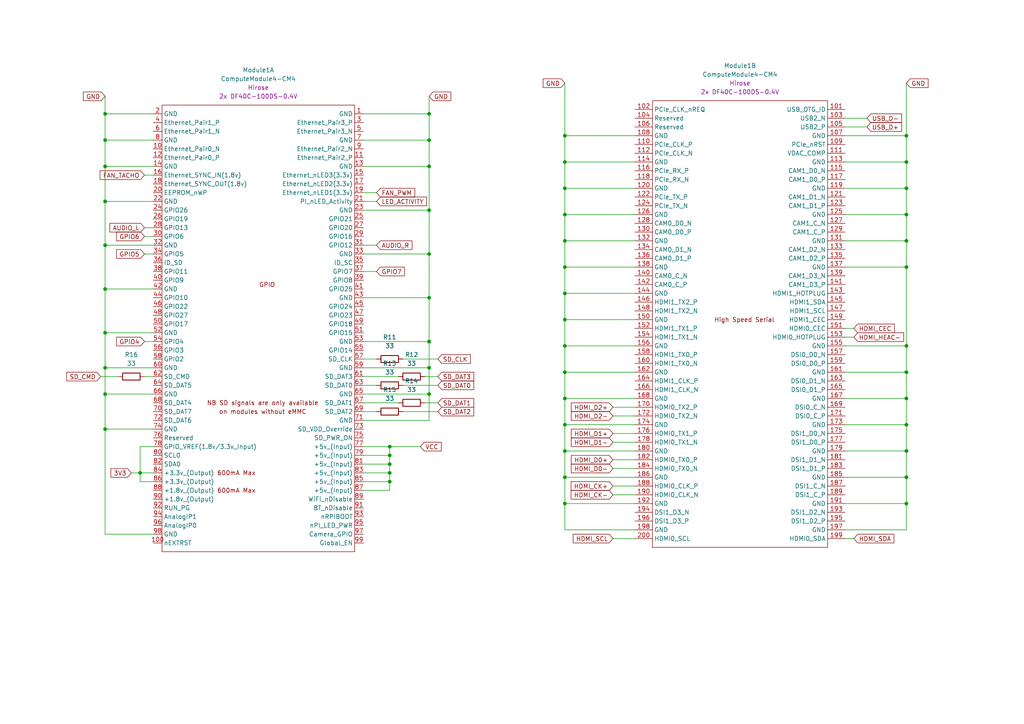
<source format=kicad_sch>
(kicad_sch (version 20231120) (generator "eeschema") (generator_version "8.0")
  (paper "A4")
  (lib_symbols
    (symbol "CM4IO:ComputeModule4-CM4"
      (property "Reference" "Module" (at 113.03 -68.58 0))
      (property "Value" "ComputeModule4-CM4" (at 140.97 2.54 0))
      (property "Field4" "Hirose" (at 0 0 0))
      (property "Field5" "2x DF40C-100DS-0.4V" (at 0 -2.54 0))
      (symbol "ComputeModule4-CM4_1_0"
        (text "GPIO" (at 0 6.35 0) (effects (font (size 1.27 1.27))))
      )
      (symbol "ComputeModule4-CM4_1_1"
        (rectangle (start -30.48 -71.12) (end 25.4 58.42))
        (text "600mA Max" (at -8.89 -53.34 0) (effects (font (size 1.27 1.27))))
        (text "600mA Max" (at -8.89 -48.26 0) (effects (font (size 1.27 1.27))))
        (text "NB SD signals are only available" (at -1.27 -27.94 0) (effects (font (size 1.27 1.27))))
        (text "on modules without eMMC" (at -1.27 -30.48 0) (effects (font (size 1.27 1.27))))
        (pin power_in line (at 27.94 55.88 180) (length 2.54) (name "GND") (number "1"))
        (pin passive line (at -33.02 45.72 0) (length 2.54) (name "Ethernet_Pair0_N") (number "10"))
        (pin output line (at -33.02 -68.58 0) (length 2.54) (name "nEXTRST") (number "100"))
        (pin passive line (at 27.94 43.18 180) (length 2.54) (name "Ethernet_Pair2_P") (number "11"))
        (pin passive line (at -33.02 43.18 0) (length 2.54) (name "Ethernet_Pair0_P") (number "12"))
        (pin power_in line (at 27.94 40.64 180) (length 2.54) (name "GND") (number "13"))
        (pin power_in line (at -33.02 40.64 0) (length 2.54) (name "GND") (number "14"))
        (pin output line (at 27.94 38.1 180) (length 2.54) (name "Ethernet_nLED3(3.3v)") (number "15"))
        (pin input line (at -33.02 38.1 0) (length 2.54) (name "Ethernet_SYNC_IN(1.8v)") (number "16"))
        (pin output line (at 27.94 35.56 180) (length 2.54) (name "Ethernet_nLED2(3.3v)") (number "17"))
        (pin input line (at -33.02 35.56 0) (length 2.54) (name "Ethernet_SYNC_OUT(1.8v)") (number "18"))
        (pin output line (at 27.94 33.02 180) (length 2.54) (name "Ethernet_nLED1(3.3v)") (number "19"))
        (pin power_in line (at -33.02 55.88 0) (length 2.54) (name "GND") (number "2"))
        (pin passive line (at -33.02 33.02 0) (length 2.54) (name "EEPROM_nWP") (number "20"))
        (pin open_collector line (at 27.94 30.48 180) (length 2.54) (name "PI_nLED_Activity") (number "21"))
        (pin power_in line (at -33.02 30.48 0) (length 2.54) (name "GND") (number "22"))
        (pin power_in line (at 27.94 27.94 180) (length 2.54) (name "GND") (number "23"))
        (pin passive line (at -33.02 27.94 0) (length 2.54) (name "GPIO26") (number "24"))
        (pin passive line (at 27.94 25.4 180) (length 2.54) (name "GPIO21") (number "25"))
        (pin passive line (at -33.02 25.4 0) (length 2.54) (name "GPIO19") (number "26"))
        (pin passive line (at 27.94 22.86 180) (length 2.54) (name "GPIO20") (number "27"))
        (pin passive line (at -33.02 22.86 0) (length 2.54) (name "GPIO13") (number "28"))
        (pin passive line (at 27.94 20.32 180) (length 2.54) (name "GPIO16") (number "29"))
        (pin passive line (at 27.94 53.34 180) (length 2.54) (name "Ethernet_Pair3_P") (number "3"))
        (pin passive line (at -33.02 20.32 0) (length 2.54) (name "GPIO6") (number "30"))
        (pin passive line (at 27.94 17.78 180) (length 2.54) (name "GPIO12") (number "31"))
        (pin power_in line (at -33.02 17.78 0) (length 2.54) (name "GND") (number "32"))
        (pin power_in line (at 27.94 15.24 180) (length 2.54) (name "GND") (number "33"))
        (pin passive line (at -33.02 15.24 0) (length 2.54) (name "GPIO5") (number "34"))
        (pin passive line (at 27.94 12.7 180) (length 2.54) (name "ID_SC") (number "35"))
        (pin passive line (at -33.02 12.7 0) (length 2.54) (name "ID_SD") (number "36"))
        (pin passive line (at 27.94 10.16 180) (length 2.54) (name "GPIO7") (number "37"))
        (pin passive line (at -33.02 10.16 0) (length 2.54) (name "GPIO11") (number "38"))
        (pin passive line (at 27.94 7.62 180) (length 2.54) (name "GPIO8") (number "39"))
        (pin passive line (at -33.02 53.34 0) (length 2.54) (name "Ethernet_Pair1_P") (number "4"))
        (pin passive line (at -33.02 7.62 0) (length 2.54) (name "GPIO9") (number "40"))
        (pin passive line (at 27.94 5.08 180) (length 2.54) (name "GPIO25") (number "41"))
        (pin power_in line (at -33.02 5.08 0) (length 2.54) (name "GND") (number "42"))
        (pin power_in line (at 27.94 2.54 180) (length 2.54) (name "GND") (number "43"))
        (pin passive line (at -33.02 2.54 0) (length 2.54) (name "GPIO10") (number "44"))
        (pin passive line (at 27.94 0 180) (length 2.54) (name "GPIO24") (number "45"))
        (pin passive line (at -33.02 0 0) (length 2.54) (name "GPIO22") (number "46"))
        (pin passive line (at 27.94 -2.54 180) (length 2.54) (name "GPIO23") (number "47"))
        (pin passive line (at -33.02 -2.54 0) (length 2.54) (name "GPIO27") (number "48"))
        (pin passive line (at 27.94 -5.08 180) (length 2.54) (name "GPIO18") (number "49"))
        (pin passive line (at 27.94 50.8 180) (length 2.54) (name "Ethernet_Pair3_N") (number "5"))
        (pin passive line (at -33.02 -5.08 0) (length 2.54) (name "GPIO17") (number "50"))
        (pin passive line (at 27.94 -7.62 180) (length 2.54) (name "GPIO15") (number "51"))
        (pin power_in line (at -33.02 -7.62 0) (length 2.54) (name "GND") (number "52"))
        (pin power_in line (at 27.94 -10.16 180) (length 2.54) (name "GND") (number "53"))
        (pin passive line (at -33.02 -10.16 0) (length 2.54) (name "GPIO4") (number "54"))
        (pin passive line (at 27.94 -12.7 180) (length 2.54) (name "GPIO14") (number "55"))
        (pin passive line (at -33.02 -12.7 0) (length 2.54) (name "GPIO3") (number "56"))
        (pin passive line (at 27.94 -15.24 180) (length 2.54) (name "SD_CLK") (number "57"))
        (pin passive line (at -33.02 -15.24 0) (length 2.54) (name "GPIO2") (number "58"))
        (pin power_in line (at 27.94 -17.78 180) (length 2.54) (name "GND") (number "59"))
        (pin passive line (at -33.02 50.8 0) (length 2.54) (name "Ethernet_Pair1_N") (number "6"))
        (pin power_in line (at -33.02 -17.78 0) (length 2.54) (name "GND") (number "60"))
        (pin passive line (at 27.94 -20.32 180) (length 2.54) (name "SD_DAT3") (number "61"))
        (pin passive line (at -33.02 -20.32 0) (length 2.54) (name "SD_CMD") (number "62"))
        (pin passive line (at 27.94 -22.86 180) (length 2.54) (name "SD_DAT0") (number "63"))
        (pin passive line (at -33.02 -22.86 0) (length 2.54) (name "SD_DAT5") (number "64"))
        (pin power_in line (at 27.94 -25.4 180) (length 2.54) (name "GND") (number "65"))
        (pin power_in line (at -33.02 -25.4 0) (length 2.54) (name "GND") (number "66"))
        (pin passive line (at 27.94 -27.94 180) (length 2.54) (name "SD_DAT1") (number "67"))
        (pin passive line (at -33.02 -27.94 0) (length 2.54) (name "SD_DAT4") (number "68"))
        (pin passive line (at 27.94 -30.48 180) (length 2.54) (name "SD_DAT2") (number "69"))
        (pin power_in line (at 27.94 48.26 180) (length 2.54) (name "GND") (number "7"))
        (pin passive line (at -33.02 -30.48 0) (length 2.54) (name "SD_DAT7") (number "70"))
        (pin power_in line (at 27.94 -33.02 180) (length 2.54) (name "GND") (number "71"))
        (pin passive line (at -33.02 -33.02 0) (length 2.54) (name "SD_DAT6") (number "72"))
        (pin input line (at 27.94 -35.56 180) (length 2.54) (name "SD_VDD_Override") (number "73"))
        (pin power_in line (at -33.02 -35.56 0) (length 2.54) (name "GND") (number "74"))
        (pin output line (at 27.94 -38.1 180) (length 2.54) (name "SD_PWR_ON") (number "75"))
        (pin passive line (at -33.02 -38.1 0) (length 2.54) (name "Reserved") (number "76"))
        (pin power_in line (at 27.94 -40.64 180) (length 2.54) (name "+5v_(Input)") (number "77"))
        (pin power_in line (at -33.02 -40.64 0) (length 2.54) (name "GPIO_VREF(1.8v/3.3v_Input)") (number "78"))
        (pin power_in line (at 27.94 -43.18 180) (length 2.54) (name "+5v_(Input)") (number "79"))
        (pin power_in line (at -33.02 48.26 0) (length 2.54) (name "GND") (number "8"))
        (pin passive line (at -33.02 -43.18 0) (length 2.54) (name "SCL0") (number "80"))
        (pin power_in line (at 27.94 -45.72 180) (length 2.54) (name "+5v_(Input)") (number "81"))
        (pin passive line (at -33.02 -45.72 0) (length 2.54) (name "SDA0") (number "82"))
        (pin power_in line (at 27.94 -48.26 180) (length 2.54) (name "+5v_(Input)") (number "83"))
        (pin power_out line (at -33.02 -48.26 0) (length 2.54) (name "+3.3v_(Output)") (number "84"))
        (pin power_in line (at 27.94 -50.8 180) (length 2.54) (name "+5v_(Input)") (number "85"))
        (pin power_out line (at -33.02 -50.8 0) (length 2.54) (name "+3.3v_(Output)") (number "86"))
        (pin power_in line (at 27.94 -53.34 180) (length 2.54) (name "+5v_(Input)") (number "87"))
        (pin power_out line (at -33.02 -53.34 0) (length 2.54) (name "+1.8v_(Output)") (number "88"))
        (pin power_in line (at 27.94 -55.88 180) (length 2.54) (name "WiFi_nDisable") (number "89"))
        (pin passive line (at 27.94 45.72 180) (length 2.54) (name "Ethernet_Pair2_N") (number "9"))
        (pin power_out line (at -33.02 -55.88 0) (length 2.54) (name "+1.8v_(Output)") (number "90"))
        (pin power_in line (at 27.94 -58.42 180) (length 2.54) (name "BT_nDisable") (number "91"))
        (pin passive line (at -33.02 -58.42 0) (length 2.54) (name "RUN_PG") (number "92"))
        (pin input line (at 27.94 -60.96 180) (length 2.54) (name "nRPIBOOT") (number "93"))
        (pin passive line (at -33.02 -60.96 0) (length 2.54) (name "AnalogIP1") (number "94"))
        (pin output line (at 27.94 -63.5 180) (length 2.54) (name "nPI_LED_PWR") (number "95"))
        (pin passive line (at -33.02 -63.5 0) (length 2.54) (name "AnalogIP0") (number "96"))
        (pin passive line (at 27.94 -66.04 180) (length 2.54) (name "Camera_GPIO") (number "97"))
        (pin power_in line (at -33.02 -66.04 0) (length 2.54) (name "GND") (number "98"))
        (pin input line (at 27.94 -68.58 180) (length 2.54) (name "Global_EN") (number "99"))
      )
      (symbol "ComputeModule4-CM4_2_1"
        (rectangle (start 114.3 -66.04) (end 165.1 63.5))
        (text "High Speed Serial" (at 140.97 0 0) (effects (font (size 1.27 1.27))))
        (pin input line (at 170.18 60.96 180) (length 5.08) (name "USB_OTG_ID") (number "101"))
        (pin input line (at 109.22 60.96 0) (length 5.08) (name "PCIe_CLK_nREQ") (number "102"))
        (pin passive line (at 170.18 58.42 180) (length 5.08) (name "USB2_N") (number "103"))
        (pin passive line (at 109.22 58.42 0) (length 5.08) (name "Reserved") (number "104"))
        (pin passive line (at 170.18 55.88 180) (length 5.08) (name "USB2_P") (number "105"))
        (pin passive line (at 109.22 55.88 0) (length 5.08) (name "Reserved") (number "106"))
        (pin power_in line (at 170.18 53.34 180) (length 5.08) (name "GND") (number "107"))
        (pin power_in line (at 109.22 53.34 0) (length 5.08) (name "GND") (number "108"))
        (pin bidirectional line (at 170.18 50.8 180) (length 5.08) (name "PCIe_nRST") (number "109"))
        (pin output line (at 109.22 50.8 0) (length 5.08) (name "PCIe_CLK_P") (number "110"))
        (pin passive line (at 170.18 48.26 180) (length 5.08) (name "VDAC_COMP") (number "111"))
        (pin output line (at 109.22 48.26 0) (length 5.08) (name "PCIe_CLK_N") (number "112"))
        (pin power_in line (at 170.18 45.72 180) (length 5.08) (name "GND") (number "113"))
        (pin power_in line (at 109.22 45.72 0) (length 5.08) (name "GND") (number "114"))
        (pin input line (at 170.18 43.18 180) (length 5.08) (name "CAM1_D0_N") (number "115"))
        (pin input line (at 109.22 43.18 0) (length 5.08) (name "PCIe_RX_P") (number "116"))
        (pin input line (at 170.18 40.64 180) (length 5.08) (name "CAM1_D0_P") (number "117"))
        (pin input line (at 109.22 40.64 0) (length 5.08) (name "PCIe_RX_N") (number "118"))
        (pin power_in line (at 170.18 38.1 180) (length 5.08) (name "GND") (number "119"))
        (pin power_in line (at 109.22 38.1 0) (length 5.08) (name "GND") (number "120"))
        (pin input line (at 170.18 35.56 180) (length 5.08) (name "CAM1_D1_N") (number "121"))
        (pin output line (at 109.22 35.56 0) (length 5.08) (name "PCIe_TX_P") (number "122"))
        (pin input line (at 170.18 33.02 180) (length 5.08) (name "CAM1_D1_P") (number "123"))
        (pin output line (at 109.22 33.02 0) (length 5.08) (name "PCIe_TX_N") (number "124"))
        (pin power_in line (at 170.18 30.48 180) (length 5.08) (name "GND") (number "125"))
        (pin power_in line (at 109.22 30.48 0) (length 5.08) (name "GND") (number "126"))
        (pin input line (at 170.18 27.94 180) (length 5.08) (name "CAM1_C_N") (number "127"))
        (pin input line (at 109.22 27.94 0) (length 5.08) (name "CAM0_D0_N") (number "128"))
        (pin input line (at 170.18 25.4 180) (length 5.08) (name "CAM1_C_P") (number "129"))
        (pin input line (at 109.22 25.4 0) (length 5.08) (name "CAM0_D0_P") (number "130"))
        (pin power_in line (at 170.18 22.86 180) (length 5.08) (name "GND") (number "131"))
        (pin power_in line (at 109.22 22.86 0) (length 5.08) (name "GND") (number "132"))
        (pin input line (at 170.18 20.32 180) (length 5.08) (name "CAM1_D2_N") (number "133"))
        (pin input line (at 109.22 20.32 0) (length 5.08) (name "CAM0_D1_N") (number "134"))
        (pin input line (at 170.18 17.78 180) (length 5.08) (name "CAM1_D2_P") (number "135"))
        (pin input line (at 109.22 17.78 0) (length 5.08) (name "CAM0_D1_P") (number "136"))
        (pin power_in line (at 170.18 15.24 180) (length 5.08) (name "GND") (number "137"))
        (pin power_in line (at 109.22 15.24 0) (length 5.08) (name "GND") (number "138"))
        (pin input line (at 170.18 12.7 180) (length 5.08) (name "CAM1_D3_N") (number "139"))
        (pin input line (at 109.22 12.7 0) (length 5.08) (name "CAM0_C_N") (number "140"))
        (pin input line (at 170.18 10.16 180) (length 5.08) (name "CAM1_D3_P") (number "141"))
        (pin input line (at 109.22 10.16 0) (length 5.08) (name "CAM0_C_P") (number "142"))
        (pin input line (at 170.18 7.62 180) (length 5.08) (name "HDMI1_HOTPLUG") (number "143"))
        (pin power_in line (at 109.22 7.62 0) (length 5.08) (name "GND") (number "144"))
        (pin bidirectional line (at 170.18 5.08 180) (length 5.08) (name "HDMI1_SDA") (number "145"))
        (pin output line (at 109.22 5.08 0) (length 5.08) (name "HDMI1_TX2_P") (number "146"))
        (pin open_collector line (at 170.18 2.54 180) (length 5.08) (name "HDMI1_SCL") (number "147"))
        (pin output line (at 109.22 2.54 0) (length 5.08) (name "HDMI1_TX2_N") (number "148"))
        (pin open_collector line (at 170.18 0 180) (length 5.08) (name "HDMI1_CEC") (number "149"))
        (pin power_in line (at 109.22 0 0) (length 5.08) (name "GND") (number "150"))
        (pin open_collector line (at 170.18 -2.54 180) (length 5.08) (name "HDMI0_CEC") (number "151"))
        (pin output line (at 109.22 -2.54 0) (length 5.08) (name "HDMI1_TX1_P") (number "152"))
        (pin input line (at 170.18 -5.08 180) (length 5.08) (name "HDMI0_HOTPLUG") (number "153"))
        (pin output line (at 109.22 -5.08 0) (length 5.08) (name "HDMI1_TX1_N") (number "154"))
        (pin power_in line (at 170.18 -7.62 180) (length 5.08) (name "GND") (number "155"))
        (pin power_in line (at 109.22 -7.62 0) (length 5.08) (name "GND") (number "156"))
        (pin output line (at 170.18 -10.16 180) (length 5.08) (name "DSI0_D0_N") (number "157"))
        (pin output line (at 109.22 -10.16 0) (length 5.08) (name "HDMI1_TX0_P") (number "158"))
        (pin output line (at 170.18 -12.7 180) (length 5.08) (name "DSI0_D0_P") (number "159"))
        (pin output line (at 109.22 -12.7 0) (length 5.08) (name "HDMI1_TX0_N") (number "160"))
        (pin power_in line (at 170.18 -15.24 180) (length 5.08) (name "GND") (number "161"))
        (pin power_in line (at 109.22 -15.24 0) (length 5.08) (name "GND") (number "162"))
        (pin output line (at 170.18 -17.78 180) (length 5.08) (name "DSI0_D1_N") (number "163"))
        (pin output line (at 109.22 -17.78 0) (length 5.08) (name "HDMI1_CLK_P") (number "164"))
        (pin output line (at 170.18 -20.32 180) (length 5.08) (name "DSI0_D1_P") (number "165"))
        (pin output line (at 109.22 -20.32 0) (length 5.08) (name "HDMI1_CLK_N") (number "166"))
        (pin power_in line (at 170.18 -22.86 180) (length 5.08) (name "GND") (number "167"))
        (pin power_in line (at 109.22 -22.86 0) (length 5.08) (name "GND") (number "168"))
        (pin output line (at 170.18 -25.4 180) (length 5.08) (name "DSI0_C_N") (number "169"))
        (pin output line (at 109.22 -25.4 0) (length 5.08) (name "HDMI0_TX2_P") (number "170"))
        (pin output line (at 170.18 -27.94 180) (length 5.08) (name "DSI0_C_P") (number "171"))
        (pin output line (at 109.22 -27.94 0) (length 5.08) (name "HDMI0_TX2_N") (number "172"))
        (pin power_in line (at 170.18 -30.48 180) (length 5.08) (name "GND") (number "173"))
        (pin power_in line (at 109.22 -30.48 0) (length 5.08) (name "GND") (number "174"))
        (pin output line (at 170.18 -33.02 180) (length 5.08) (name "DSI1_D0_N") (number "175"))
        (pin output line (at 109.22 -33.02 0) (length 5.08) (name "HDMI0_TX1_P") (number "176"))
        (pin output line (at 170.18 -35.56 180) (length 5.08) (name "DSI1_D0_P") (number "177"))
        (pin output line (at 109.22 -35.56 0) (length 5.08) (name "HDMI0_TX1_N") (number "178"))
        (pin power_in line (at 170.18 -38.1 180) (length 5.08) (name "GND") (number "179"))
        (pin power_in line (at 109.22 -38.1 0) (length 5.08) (name "GND") (number "180"))
        (pin output line (at 170.18 -40.64 180) (length 5.08) (name "DSI1_D1_N") (number "181"))
        (pin output line (at 109.22 -40.64 0) (length 5.08) (name "HDMI0_TX0_P") (number "182"))
        (pin output line (at 170.18 -43.18 180) (length 5.08) (name "DSI1_D1_P") (number "183"))
        (pin output line (at 109.22 -43.18 0) (length 5.08) (name "HDMI0_TX0_N") (number "184"))
        (pin power_in line (at 170.18 -45.72 180) (length 5.08) (name "GND") (number "185"))
        (pin power_in line (at 109.22 -45.72 0) (length 5.08) (name "GND") (number "186"))
        (pin output line (at 170.18 -48.26 180) (length 5.08) (name "DSI1_C_N") (number "187"))
        (pin output line (at 109.22 -48.26 0) (length 5.08) (name "HDMI0_CLK_P") (number "188"))
        (pin output line (at 170.18 -50.8 180) (length 5.08) (name "DSI1_C_P") (number "189"))
        (pin output line (at 109.22 -50.8 0) (length 5.08) (name "HDMI0_CLK_N") (number "190"))
        (pin power_in line (at 170.18 -53.34 180) (length 5.08) (name "GND") (number "191"))
        (pin power_in line (at 109.22 -53.34 0) (length 5.08) (name "GND") (number "192"))
        (pin output line (at 170.18 -55.88 180) (length 5.08) (name "DSI1_D2_N") (number "193"))
        (pin output line (at 109.22 -55.88 0) (length 5.08) (name "DSI1_D3_N") (number "194"))
        (pin output line (at 170.18 -58.42 180) (length 5.08) (name "DSI1_D2_P") (number "195"))
        (pin output line (at 109.22 -58.42 0) (length 5.08) (name "DSI1_D3_P") (number "196"))
        (pin power_in line (at 170.18 -60.96 180) (length 5.08) (name "GND") (number "197"))
        (pin power_in line (at 109.22 -60.96 0) (length 5.08) (name "GND") (number "198"))
        (pin bidirectional line (at 170.18 -63.5 180) (length 5.08) (name "HDMI0_SDA") (number "199"))
        (pin open_collector line (at 109.22 -63.5 0) (length 5.08) (name "HDMI0_SCL") (number "200"))
      )
    )
    (symbol "Device:R" (pin_numbers hide) (pin_names (offset 0))
      (property "Reference" "R" (at 2.032 0 90))
      (property "Value" "R" (at 0 0 90))
      (symbol "R_0_1"
        (rectangle (start -1.016 -2.54) (end 1.016 2.54) (stroke (width 0.254)))
      )
      (symbol "R_1_1"
        (pin passive line (at 0 3.81 270) (length 1.27) (name "~") (number "1"))
        (pin passive line (at 0 -3.81 90) (length 1.27) (name "~") (number "2"))
      )
    )
  )
  (junction (at 163.83 46.99))
  (junction (at 30.48 106.68))
  (junction (at 163.83 138.43))
  (junction (at 262.89 46.99))
  (junction (at 113.03 139.7))
  (junction (at 124.46 73.66))
  (junction (at 124.46 60.96))
  (junction (at 163.83 69.85))
  (junction (at 124.46 40.64))
  (junction (at 262.89 130.81))
  (junction (at 30.48 33.02))
  (junction (at 262.89 54.61))
  (junction (at 163.83 100.33))
  (junction (at 262.89 100.33))
  (junction (at 163.83 107.95))
  (junction (at 262.89 69.85))
  (junction (at 262.89 138.43))
  (junction (at 163.83 123.19))
  (junction (at 124.46 114.3))
  (junction (at 113.03 132.08))
  (junction (at 113.03 129.54))
  (junction (at 124.46 33.02))
  (junction (at 30.48 114.3))
  (junction (at 163.83 130.81))
  (junction (at 163.83 39.37))
  (junction (at 124.46 106.68))
  (junction (at 262.89 123.19))
  (junction (at 163.83 146.05))
  (junction (at 113.03 134.62))
  (junction (at 30.48 48.26))
  (junction (at 124.46 86.36))
  (junction (at 163.83 115.57))
  (junction (at 262.89 115.57))
  (junction (at 163.83 92.71))
  (junction (at 262.89 77.47))
  (junction (at 30.48 83.82))
  (junction (at 30.48 71.12))
  (junction (at 124.46 48.26))
  (junction (at 163.83 54.61))
  (junction (at 113.03 137.16))
  (junction (at 262.89 62.23))
  (junction (at 262.89 39.37))
  (junction (at 163.83 85.09))
  (junction (at 30.48 40.64))
  (junction (at 163.83 62.23))
  (junction (at 262.89 107.95))
  (junction (at 30.48 96.52))
  (junction (at 262.89 146.05))
  (junction (at 163.83 77.47))
  (junction (at 30.48 58.42))
  (junction (at 124.46 99.06))
  (junction (at 30.48 124.46))
  (junction (at 40.64 137.16))
  (wire (pts (xy 38.1 137.16) (xy 40.64 137.16)))
  (wire (pts (xy 113.03 129.54) (xy 121.92 129.54)))
  (wire (pts (xy 30.48 124.46) (xy 30.48 114.3)))
  (wire (pts (xy 262.89 146.05) (xy 262.89 138.43)))
  (wire (pts (xy 30.48 106.68) (xy 30.48 96.52)))
  (wire (pts (xy 163.83 77.47) (xy 163.83 69.85)))
  (wire (pts (xy 163.83 107.95) (xy 184.15 107.95)))
  (wire (pts (xy 105.41 106.68) (xy 124.46 106.68)))
  (wire (pts (xy 245.11 46.99) (xy 262.89 46.99)))
  (wire (pts (xy 262.89 123.19) (xy 262.89 115.57)))
  (wire (pts (xy 177.8 140.97) (xy 184.15 140.97)))
  (wire (pts (xy 163.83 54.61) (xy 163.83 46.99)))
  (wire (pts (xy 123.19 116.84) (xy 127 116.84)))
  (wire (pts (xy 245.11 69.85) (xy 262.89 69.85)))
  (wire (pts (xy 30.48 83.82) (xy 44.45 83.82)))
  (wire (pts (xy 105.41 114.3) (xy 124.46 114.3)))
  (wire (pts (xy 262.89 77.47) (xy 262.89 69.85)))
  (wire (pts (xy 245.11 130.81) (xy 262.89 130.81)))
  (wire (pts (xy 124.46 106.68) (xy 124.46 114.3)))
  (wire (pts (xy 262.89 46.99) (xy 262.89 54.61)))
  (wire (pts (xy 262.89 100.33) (xy 262.89 77.47)))
  (wire (pts (xy 163.83 54.61) (xy 184.15 54.61)))
  (wire (pts (xy 105.41 129.54) (xy 113.03 129.54)))
  (wire (pts (xy 29.21 109.22) (xy 34.29 109.22)))
  (wire (pts (xy 245.11 100.33) (xy 262.89 100.33)))
  (wire (pts (xy 184.15 153.67) (xy 163.83 153.67)))
  (wire (pts (xy 163.83 146.05) (xy 163.83 138.43)))
  (wire (pts (xy 105.41 137.16) (xy 113.03 137.16)))
  (wire (pts (xy 163.83 39.37) (xy 163.83 24.13)))
  (wire (pts (xy 245.11 156.21) (xy 247.65 156.21)))
  (wire (pts (xy 105.41 40.64) (xy 124.46 40.64)))
  (wire (pts (xy 163.83 46.99) (xy 163.83 39.37)))
  (wire (pts (xy 245.11 123.19) (xy 262.89 123.19)))
  (wire (pts (xy 163.83 85.09) (xy 184.15 85.09)))
  (wire (pts (xy 105.41 104.14) (xy 109.22 104.14)))
  (wire (pts (xy 177.8 128.27) (xy 184.15 128.27)))
  (wire (pts (xy 262.89 39.37) (xy 262.89 24.13)))
  (wire (pts (xy 163.83 123.19) (xy 184.15 123.19)))
  (wire (pts (xy 105.41 58.42) (xy 109.22 58.42)))
  (wire (pts (xy 30.48 96.52) (xy 44.45 96.52)))
  (wire (pts (xy 105.41 78.74) (xy 109.22 78.74)))
  (wire (pts (xy 245.11 62.23) (xy 262.89 62.23)))
  (wire (pts (xy 40.64 129.54) (xy 40.64 137.16)))
  (wire (pts (xy 124.46 99.06) (xy 124.46 86.36)))
  (wire (pts (xy 163.83 85.09) (xy 163.83 92.71)))
  (wire (pts (xy 245.11 54.61) (xy 262.89 54.61)))
  (wire (pts (xy 30.48 40.64) (xy 30.48 33.02)))
  (wire (pts (xy 163.83 146.05) (xy 184.15 146.05)))
  (wire (pts (xy 245.11 36.83) (xy 251.46 36.83)))
  (wire (pts (xy 105.41 119.38) (xy 109.22 119.38)))
  (wire (pts (xy 116.84 104.14) (xy 127 104.14)))
  (wire (pts (xy 105.41 132.08) (xy 113.03 132.08)))
  (wire (pts (xy 163.83 130.81) (xy 163.83 123.19)))
  (wire (pts (xy 41.91 73.66) (xy 44.45 73.66)))
  (wire (pts (xy 105.41 134.62) (xy 113.03 134.62)))
  (wire (pts (xy 30.48 114.3) (xy 30.48 106.68)))
  (wire (pts (xy 30.48 83.82) (xy 30.48 71.12)))
  (wire (pts (xy 105.41 142.24) (xy 113.03 142.24)))
  (wire (pts (xy 124.46 48.26) (xy 124.46 60.96)))
  (wire (pts (xy 163.83 115.57) (xy 163.83 107.95)))
  (wire (pts (xy 113.03 132.08) (xy 113.03 129.54)))
  (wire (pts (xy 163.83 92.71) (xy 184.15 92.71)))
  (wire (pts (xy 177.8 125.73) (xy 184.15 125.73)))
  (wire (pts (xy 163.83 39.37) (xy 184.15 39.37)))
  (wire (pts (xy 30.48 48.26) (xy 44.45 48.26)))
  (wire (pts (xy 41.91 68.58) (xy 44.45 68.58)))
  (wire (pts (xy 262.89 62.23) (xy 262.89 54.61)))
  (wire (pts (xy 30.48 114.3) (xy 44.45 114.3)))
  (wire (pts (xy 163.83 138.43) (xy 163.83 130.81)))
  (wire (pts (xy 105.41 111.76) (xy 109.22 111.76)))
  (wire (pts (xy 177.8 156.21) (xy 184.15 156.21)))
  (wire (pts (xy 41.91 50.8) (xy 44.45 50.8)))
  (wire (pts (xy 30.48 124.46) (xy 44.45 124.46)))
  (wire (pts (xy 41.91 66.04) (xy 44.45 66.04)))
  (wire (pts (xy 105.41 60.96) (xy 124.46 60.96)))
  (wire (pts (xy 113.03 142.24) (xy 113.03 139.7)))
  (wire (pts (xy 177.8 133.35) (xy 184.15 133.35)))
  (wire (pts (xy 163.83 153.67) (xy 163.83 146.05)))
  (wire (pts (xy 163.83 54.61) (xy 163.83 62.23)))
  (wire (pts (xy 163.83 115.57) (xy 184.15 115.57)))
  (wire (pts (xy 30.48 154.94) (xy 30.48 124.46)))
  (wire (pts (xy 124.46 99.06) (xy 124.46 106.68)))
  (wire (pts (xy 245.11 95.25) (xy 247.65 95.25)))
  (wire (pts (xy 163.83 46.99) (xy 184.15 46.99)))
  (wire (pts (xy 245.11 34.29) (xy 251.46 34.29)))
  (wire (pts (xy 262.89 138.43) (xy 262.89 130.81)))
  (wire (pts (xy 116.84 119.38) (xy 127 119.38)))
  (wire (pts (xy 40.64 137.16) (xy 44.45 137.16)))
  (wire (pts (xy 30.48 71.12) (xy 44.45 71.12)))
  (wire (pts (xy 105.41 109.22) (xy 115.57 109.22)))
  (wire (pts (xy 30.48 48.26) (xy 30.48 58.42)))
  (wire (pts (xy 262.89 39.37) (xy 262.89 46.99)))
  (wire (pts (xy 44.45 129.54) (xy 40.64 129.54)))
  (wire (pts (xy 124.46 33.02) (xy 124.46 27.94)))
  (wire (pts (xy 41.91 99.06) (xy 44.45 99.06)))
  (wire (pts (xy 245.11 115.57) (xy 262.89 115.57)))
  (wire (pts (xy 30.48 40.64) (xy 30.48 48.26)))
  (wire (pts (xy 105.41 99.06) (xy 124.46 99.06)))
  (wire (pts (xy 113.03 139.7) (xy 113.03 137.16)))
  (wire (pts (xy 105.41 121.92) (xy 124.46 121.92)))
  (wire (pts (xy 262.89 100.33) (xy 262.89 107.95)))
  (wire (pts (xy 41.91 109.22) (xy 44.45 109.22)))
  (wire (pts (xy 30.48 40.64) (xy 44.45 40.64)))
  (wire (pts (xy 44.45 154.94) (xy 30.48 154.94)))
  (wire (pts (xy 123.19 109.22) (xy 127 109.22)))
  (wire (pts (xy 124.46 86.36) (xy 124.46 73.66)))
  (wire (pts (xy 177.8 143.51) (xy 184.15 143.51)))
  (wire (pts (xy 262.89 130.81) (xy 262.89 123.19)))
  (wire (pts (xy 163.83 130.81) (xy 184.15 130.81)))
  (wire (pts (xy 116.84 111.76) (xy 127 111.76)))
  (wire (pts (xy 262.89 153.67) (xy 262.89 146.05)))
  (wire (pts (xy 105.41 33.02) (xy 124.46 33.02)))
  (wire (pts (xy 105.41 86.36) (xy 124.46 86.36)))
  (wire (pts (xy 163.83 77.47) (xy 163.83 85.09)))
  (wire (pts (xy 163.83 138.43) (xy 184.15 138.43)))
  (wire (pts (xy 30.48 58.42) (xy 44.45 58.42)))
  (wire (pts (xy 105.41 73.66) (xy 124.46 73.66)))
  (wire (pts (xy 245.11 97.79) (xy 247.65 97.79)))
  (wire (pts (xy 105.41 71.12) (xy 109.22 71.12)))
  (wire (pts (xy 124.46 48.26) (xy 124.46 40.64)))
  (wire (pts (xy 105.41 116.84) (xy 115.57 116.84)))
  (wire (pts (xy 113.03 134.62) (xy 113.03 132.08)))
  (wire (pts (xy 30.48 106.68) (xy 44.45 106.68)))
  (wire (pts (xy 245.11 138.43) (xy 262.89 138.43)))
  (wire (pts (xy 105.41 139.7) (xy 113.03 139.7)))
  (wire (pts (xy 245.11 146.05) (xy 262.89 146.05)))
  (wire (pts (xy 177.8 120.65) (xy 184.15 120.65)))
  (wire (pts (xy 262.89 107.95) (xy 262.89 115.57)))
  (wire (pts (xy 105.41 48.26) (xy 124.46 48.26)))
  (wire (pts (xy 40.64 139.7) (xy 40.64 137.16)))
  (wire (pts (xy 30.48 33.02) (xy 44.45 33.02)))
  (wire (pts (xy 262.89 69.85) (xy 262.89 62.23)))
  (wire (pts (xy 124.46 121.92) (xy 124.46 114.3)))
  (wire (pts (xy 163.83 62.23) (xy 163.83 69.85)))
  (wire (pts (xy 105.41 55.88) (xy 109.22 55.88)))
  (wire (pts (xy 163.83 100.33) (xy 163.83 92.71)))
  (wire (pts (xy 163.83 77.47) (xy 184.15 77.47)))
  (wire (pts (xy 163.83 62.23) (xy 184.15 62.23)))
  (wire (pts (xy 163.83 107.95) (xy 163.83 100.33)))
  (wire (pts (xy 30.48 71.12) (xy 30.48 58.42)))
  (wire (pts (xy 163.83 69.85) (xy 184.15 69.85)))
  (wire (pts (xy 163.83 123.19) (xy 163.83 115.57)))
  (wire (pts (xy 124.46 60.96) (xy 124.46 73.66)))
  (wire (pts (xy 245.11 107.95) (xy 262.89 107.95)))
  (wire (pts (xy 30.48 96.52) (xy 30.48 83.82)))
  (wire (pts (xy 177.8 118.11) (xy 184.15 118.11)))
  (wire (pts (xy 177.8 135.89) (xy 184.15 135.89)))
  (wire (pts (xy 44.45 139.7) (xy 40.64 139.7)))
  (wire (pts (xy 163.83 100.33) (xy 184.15 100.33)))
  (wire (pts (xy 124.46 40.64) (xy 124.46 33.02)))
  (wire (pts (xy 245.11 153.67) (xy 262.89 153.67)))
  (wire (pts (xy 245.11 39.37) (xy 262.89 39.37)))
  (wire (pts (xy 30.48 33.02) (xy 30.48 27.94)))
  (wire (pts (xy 113.03 137.16) (xy 113.03 134.62)))
  (wire (pts (xy 245.11 77.47) (xy 262.89 77.47)))
  (global_label "VCC" (shape input) (at 121.92 129.54 0) (property "Intersheetrefs" "${INTERSHEET_REFS}" (effects (hide yes))))
  (global_label "SD_CLK" (shape input) (at 127 104.14 0) (property "Intersheetrefs" "${INTERSHEET_REFS}" (effects (hide yes))))
  (global_label "3V3" (shape input) (at 38.1 137.16 180) (property "Intersheetrefs" "${INTERSHEET_REFS}" (effects (hide yes))))
  (global_label "HDMI_CEC" (shape input) (at 247.65 95.25 0) (property "Intersheetrefs" "${INTERSHEET_REFS}" (effects (hide yes))))
  (global_label "HDMI_D2+" (shape input) (at 177.8 118.11 180) (property "Intersheetrefs" "${INTERSHEET_REFS}" (effects (hide yes))))
  (global_label "AUDIO_R" (shape input) (at 109.22 71.12 0) (property "Intersheetrefs" "${INTERSHEET_REFS}" (effects (hide yes))))
  (global_label "HDMI_SCL" (shape input) (at 177.8 156.21 180) (property "Intersheetrefs" "${INTERSHEET_REFS}" (effects (hide yes))))
  (global_label "FAN_TACHO" (shape input) (at 41.91 50.8 180) (property "Intersheetrefs" "${INTERSHEET_REFS}" (effects (hide yes))))
  (global_label "GND" (shape input) (at 124.46 27.94 0) (property "Intersheetrefs" "${INTERSHEET_REFS}" (effects (hide yes))))
  (global_label "GND" (shape input) (at 163.83 24.13 180) (property "Intersheetrefs" "${INTERSHEET_REFS}" (effects (hide yes))))
  (global_label "HDMI_D1+" (shape input) (at 177.8 125.73 180) (property "Intersheetrefs" "${INTERSHEET_REFS}" (effects (hide yes))))
  (global_label "HDMI_CK+" (shape input) (at 177.8 140.97 180) (property "Intersheetrefs" "${INTERSHEET_REFS}" (effects (hide yes))))
  (global_label "FAN_PWM" (shape input) (at 109.22 55.88 0) (property "Intersheetrefs" "${INTERSHEET_REFS}" (effects (hide yes))))
  (global_label "HDMI_HEAC-" (shape input) (at 247.65 97.79 0) (property "Intersheetrefs" "${INTERSHEET_REFS}" (effects (hide yes))))
  (global_label "HDMI_D0-" (shape input) (at 177.8 135.89 180) (property "Intersheetrefs" "${INTERSHEET_REFS}" (effects (hide yes))))
  (global_label "GPIO7" (shape input) (at 109.22 78.74 0) (property "Intersheetrefs" "${INTERSHEET_REFS}" (effects (hide yes))))
  (global_label "SD_CMD" (shape input) (at 29.21 109.22 180) (property "Intersheetrefs" "${INTERSHEET_REFS}" (effects (hide yes))))
  (global_label "HDMI_D2-" (shape input) (at 177.8 120.65 180) (property "Intersheetrefs" "${INTERSHEET_REFS}" (effects (hide yes))))
  (global_label "SD_DAT1" (shape input) (at 127 116.84 0) (property "Intersheetrefs" "${INTERSHEET_REFS}" (effects (hide yes))))
  (global_label "GPIO6" (shape input) (at 41.91 68.58 180) (property "Intersheetrefs" "${INTERSHEET_REFS}" (effects (hide yes))))
  (global_label "GND" (shape input) (at 30.48 27.94 180) (property "Intersheetrefs" "${INTERSHEET_REFS}" (effects (hide yes))))
  (global_label "USB_D+" (shape input) (at 251.46 36.83 0) (property "Intersheetrefs" "${INTERSHEET_REFS}" (effects (hide yes))))
  (global_label "HDMI_D0+" (shape input) (at 177.8 133.35 180) (property "Intersheetrefs" "${INTERSHEET_REFS}" (effects (hide yes))))
  (global_label "GPIO5" (shape input) (at 41.91 73.66 180) (property "Intersheetrefs" "${INTERSHEET_REFS}" (effects (hide yes))))
  (global_label "HDMI_D1-" (shape input) (at 177.8 128.27 180) (property "Intersheetrefs" "${INTERSHEET_REFS}" (effects (hide yes))))
  (global_label "USB_D-" (shape input) (at 251.46 34.29 0) (property "Intersheetrefs" "${INTERSHEET_REFS}" (effects (hide yes))))
  (global_label "LED_ACTIVITY" (shape input) (at 109.22 58.42 0) (property "Intersheetrefs" "${INTERSHEET_REFS}" (effects (hide yes))))
  (global_label "SD_DAT0" (shape input) (at 127 111.76 0) (property "Intersheetrefs" "${INTERSHEET_REFS}" (effects (hide yes))))
  (global_label "HDMI_CK-" (shape input) (at 177.8 143.51 180) (property "Intersheetrefs" "${INTERSHEET_REFS}" (effects (hide yes))))
  (global_label "SD_DAT3" (shape input) (at 127 109.22 0) (property "Intersheetrefs" "${INTERSHEET_REFS}" (effects (hide yes))))
  (global_label "AUDIO_L" (shape input) (at 41.91 66.04 180) (property "Intersheetrefs" "${INTERSHEET_REFS}" (effects (hide yes))))
  (global_label "GND" (shape input) (at 262.89 24.13 0) (property "Intersheetrefs" "${INTERSHEET_REFS}" (effects (hide yes))))
  (global_label "HDMI_SDA" (shape input) (at 247.65 156.21 0) (property "Intersheetrefs" "${INTERSHEET_REFS}" (effects (hide yes))))
  (global_label "SD_DAT2" (shape input) (at 127 119.38 0) (property "Intersheetrefs" "${INTERSHEET_REFS}" (effects (hide yes))))
  (global_label "GPIO4" (shape input) (at 41.91 99.06 180) (property "Intersheetrefs" "${INTERSHEET_REFS}" (effects (hide yes))))
  (symbol (lib_id "Device:R") (at 38.1 109.22 270) (unit 1)
    (property "Reference" "R16" (at 38.1 102.87 90))
    (property "Value" "33" (at 38.1 105.41 90))
    (property "Footprint" "Resistor_SMD:R_0201_0603Metric" (effects (hide yes)))
    (property "Description" "Resistor" (effects (hide yes)))
  )
  (symbol (lib_id "Device:R") (at 113.03 104.14 270) (unit 1)
    (property "Reference" "R11" (at 113.03 97.79 90))
    (property "Value" "33" (at 113.03 100.33 90))
    (property "Footprint" "Resistor_SMD:R_0201_0603Metric" (effects (hide yes)))
    (property "Description" "Resistor" (effects (hide yes)))
  )
  (symbol (lib_id "CM4IO:ComputeModule4-CM4") (at 74.93 92.71 0) (unit 2)
    (property "Reference" "Module1" (at 214.63 19.05 0))
    (property "Value" "ComputeModule4-CM4" (at 214.63 21.59 0))
    (property "Footprint" "CM4IO:Raspberry-Pi-4-Compute-Module" (effects (hide yes)))
    (property "Field4" "Hirose" (at 214.63 24.13 0))
    (property "Field5" "2x DF40C-100DS-0.4V" (at 214.63 26.67 0))
  )
  (symbol (lib_id "CM4IO:ComputeModule4-CM4") (at 77.47 88.9 0) (unit 1)
    (property "Reference" "Module1" (at 74.93 20.32 0))
    (property "Value" "ComputeModule4-CM4" (at 74.93 22.86 0))
    (property "Footprint" "CM4IO:Raspberry-Pi-4-Compute-Module" (effects (hide yes)))
    (property "Field4" "Hirose" (at 74.93 25.4 0))
    (property "Field5" "2x DF40C-100DS-0.4V" (at 74.93 27.94 0))
  )
  (symbol (lib_id "Device:R") (at 119.38 109.22 270) (unit 1)
    (property "Reference" "R12" (at 119.38 102.87 90))
    (property "Value" "33" (at 119.38 105.41 90))
    (property "Footprint" "Resistor_SMD:R_0201_0603Metric" (effects (hide yes)))
    (property "Description" "Resistor" (effects (hide yes)))
  )
  (symbol (lib_id "Device:R") (at 113.03 111.76 270) (unit 1)
    (property "Reference" "R13" (at 113.03 105.41 90))
    (property "Value" "33" (at 113.03 107.95 90))
    (property "Footprint" "Resistor_SMD:R_0201_0603Metric" (effects (hide yes)))
    (property "Description" "Resistor" (effects (hide yes)))
  )
  (symbol (lib_id "Device:R") (at 119.38 116.84 270) (unit 1)
    (property "Reference" "R14" (at 119.38 110.49 90))
    (property "Value" "33" (at 119.38 113.03 90))
    (property "Footprint" "Resistor_SMD:R_0201_0603Metric" (effects (hide yes)))
    (property "Description" "Resistor" (effects (hide yes)))
  )
  (symbol (lib_id "Device:R") (at 113.03 119.38 270) (unit 1)
    (property "Reference" "R15" (at 113.03 113.03 90))
    (property "Value" "33" (at 113.03 115.57 90))
    (property "Footprint" "Resistor_SMD:R_0201_0603Metric" (effects (hide yes)))
    (property "Description" "Resistor" (effects (hide yes)))
  )
)
</source>
